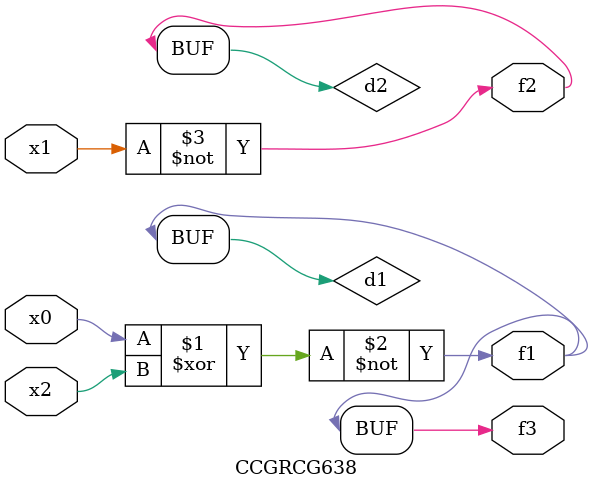
<source format=v>
module CCGRCG638(
	input x0, x1, x2,
	output f1, f2, f3
);

	wire d1, d2, d3;

	xnor (d1, x0, x2);
	nand (d2, x1);
	nor (d3, x1, x2);
	assign f1 = d1;
	assign f2 = d2;
	assign f3 = d1;
endmodule

</source>
